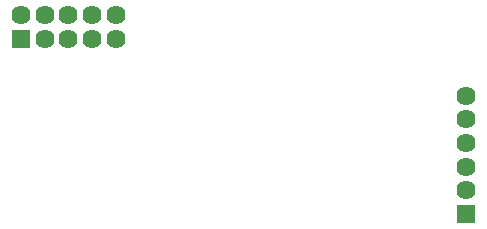
<source format=gbs>
G04*
G04 #@! TF.GenerationSoftware,Altium Limited,Altium Designer,21.6.4 (81)*
G04*
G04 Layer_Color=16711935*
%FSLAX44Y44*%
%MOMM*%
G71*
G04*
G04 #@! TF.SameCoordinates,6F4435E8-1246-4E1E-919F-4622FBB0EAFB*
G04*
G04*
G04 #@! TF.FilePolarity,Negative*
G04*
G01*
G75*
%ADD65C,1.6200*%
%ADD66R,1.6200X1.6200*%
D65*
X932000Y566000D02*
D03*
Y546000D02*
D03*
Y626000D02*
D03*
Y606000D02*
D03*
Y586000D02*
D03*
X555500Y694500D02*
D03*
X575500Y674500D02*
D03*
Y694500D02*
D03*
X595500Y674500D02*
D03*
Y694500D02*
D03*
X615500Y674500D02*
D03*
Y694500D02*
D03*
X635500Y674500D02*
D03*
Y694500D02*
D03*
D66*
X932000Y526000D02*
D03*
X555500Y674500D02*
D03*
M02*

</source>
